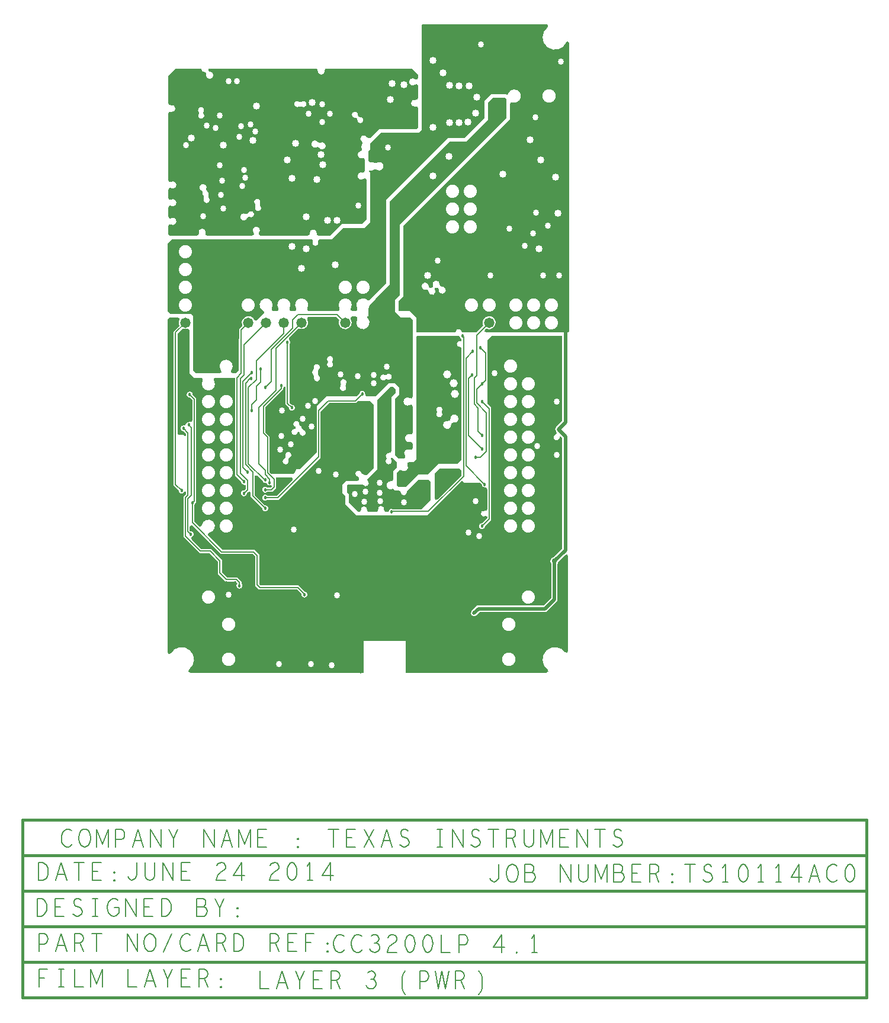
<source format=gbr>
G04 ================== begin FILE IDENTIFICATION RECORD ==================*
G04 Layout Name:  CC3200-LAUNCHXL_BRD_Rev4p1_20140624.brd*
G04 Film Name:    L3P.gbr*
G04 File Format:  Gerber RS274X*
G04 File Origin:  Cadence Allegro 16.6-P004*
G04 Origin Date:  Tue Jun 24 08:36:09 2014*
G04 *
G04 Layer:  VIA CLASS/PWR*
G04 Layer:  PIN/PWR*
G04 Layer:  ETCH/PWR*
G04 Layer:  DRAWING FORMAT/L3*
G04 Layer:  DRAWING FORMAT/FILM_LABEL_OUTLINE*
G04 *
G04 Offset:    (0.0000 0.0000)*
G04 Mirror:    No*
G04 Mode:      Positive*
G04 Rotation:  0*
G04 FullContactRelief:  No*
G04 UndefLineWidth:     6.0000*
G04 ================== end FILE IDENTIFICATION RECORD ====================*
%FSLAX25Y25*MOIN*%
%IR0*IPPOS*OFA0.00000B0.00000*MIA0B0*SFA1.00000B1.00000*%
%ADD13C,.03*%
%ADD12C,.024*%
%ADD10C,.018*%
%ADD11C,.058*%
%ADD14C,.015*%
%ADD15C,.0199*%
%ADD16C,.006*%
%ADD20C,.04*%
%ADD19C,.034*%
%ADD21C,.046*%
%ADD18C,.074*%
%ADD17C,.075056*%
G75*
%LPD*%
G75*
G36*
G01X14096Y4303D02*
G03X3865Y13432I-4175J5619D01*
G02X2000Y13933I-865J502D01*
G01Y201500D01*
X3000Y202500D01*
X7747D01*
G02X8652Y201074I0J-1000D01*
G03X8584Y198078I3348J-1574D01*
G01X8713Y197769D01*
X5400Y194456D01*
Y108044D01*
X8295Y105149D01*
X8301Y104951D01*
G03X11468Y104143I1699J49D01*
G01X11613Y104391D01*
X12400D01*
Y102936D01*
X10900Y101436D01*
Y79044D01*
X20044Y69900D01*
X25544D01*
X30400Y65044D01*
Y58216D01*
X34716Y53900D01*
X40373D01*
X41400Y52873D01*
Y52796D01*
G03X43600I1100J-1296D01*
G01Y53784D01*
X41284Y56100D01*
X35627D01*
X32600Y59127D01*
Y65956D01*
X26456Y72100D01*
X20956D01*
X15616Y77439D01*
G02X15833Y79018I707J707D01*
G03X15049Y82199I-833J1482D01*
G01X14851Y82205D01*
X14500Y82556D01*
Y84530D01*
G02X16207Y85237I1000J0D01*
G01X32044Y69400D01*
X50044D01*
X51400Y68044D01*
Y51544D01*
X53544Y49400D01*
X74873D01*
X77339Y46934D01*
X77311Y46694D01*
G03X79336Y48167I1689J-194D01*
G01X79188Y48196D01*
X75784Y51600D01*
X54456D01*
X53600Y52456D01*
Y68956D01*
X50956Y71600D01*
X32956D01*
X24921Y79635D01*
G02X25494Y81333I707J707D01*
G03X21333Y85494I-494J3667D01*
G02X19635Y84921I-991J134D01*
G01X17100Y87456D01*
Y96704D01*
G03X17699Y97951I-1100J1296D01*
G01X17705Y98149D01*
X18100Y98544D01*
Y156956D01*
X16205Y158851D01*
X16199Y159049D01*
G03X14451Y157301I-1699J-49D01*
G01X14649Y157295D01*
X15900Y156044D01*
Y144546D01*
G02X14567Y143603I-1000J0D01*
G03X12354Y142423I-567J-1603D01*
G02X11242Y141683I-968J249D01*
G03X10951Y138301I-242J-1683D01*
G01X11149Y138295D01*
X12400Y137044D01*
Y135609D01*
X11613D01*
X11468Y135857D01*
G03X9119Y136454I-1468J-857D01*
G02X7600Y137309I-519J855D01*
G01Y193544D01*
X10269Y196213D01*
X10578Y196084D01*
G03X13181Y195993I1422J3416D01*
G02X14500Y195046I319J-948D01*
G01Y171672D01*
X14500Y171000D01*
X17000Y168500D01*
X21020D01*
G02X21867Y166968I0J-1000D01*
G03X28133I3133J-1968D01*
G02X28980Y168500I847J532D01*
G01X39900D01*
Y113544D01*
X43295Y110149D01*
X43301Y109951D01*
G03X44995Y108300I1699J49D01*
G01X45201Y108299D01*
X45500Y108000D01*
X45900D01*
Y105956D01*
X45149Y105205D01*
X44951Y105199D01*
G03X46699Y103451I49J-1699D01*
G01X46705Y103649D01*
X47192Y104137D01*
G02X48899Y103430I707J-707D01*
G01Y101545D01*
X55295Y95149D01*
X55301Y94951D01*
G03X57049Y96699I1699J49D01*
G01X56851Y96705D01*
X51100Y102456D01*
Y113500D01*
X52616D01*
X55304Y110812D01*
X55333Y110664D01*
G03X57311Y109329I1667J336D01*
G02X57879Y108988I91J-492D01*
G03X59986Y107871I1621J512D01*
G01X60272Y107956D01*
X60836Y107392D01*
X60044Y106600D01*
X58296D01*
G03Y104400I-1296J-1100D01*
G01X60956D01*
X63100Y106544D01*
Y112500D01*
X71530D01*
G02X72237Y110793I0J-1000D01*
G01X63544Y102100D01*
X58296D01*
G03Y99900I-1296J-1100D01*
G01X64456D01*
X88100Y123544D01*
Y149544D01*
X92956Y154400D01*
X108075D01*
X109175Y155500D01*
X116000D01*
X118000Y153500D01*
Y117828D01*
X114047Y113876D01*
G02X112618Y113891I-707J707D01*
G03X111602Y114402I-1228J-1176D01*
G02X111172Y114807I62J496D01*
G03X109289Y112813I-1672J-307D01*
G02X109718Y112407I-62J-496D01*
G03X109872Y111950I1672J307D01*
G02X108979Y110500I-893J-450D01*
G01X102672D01*
X102500Y110500D01*
X100500Y108500D01*
Y103500D01*
X102000Y102000D01*
Y97672D01*
X102000Y97500D01*
X108500Y91000D01*
X108672D01*
X144328Y91000D01*
X148000Y91000D01*
X149150Y92150D01*
X149205D01*
X167778Y110722D01*
X169000Y109500D01*
X177944D01*
X178795Y108649D01*
X178801Y108451D01*
G03X180752Y106819I1699J49D01*
G02X181900Y105830I148J-989D01*
G01Y94546D01*
G02X180567Y93603I-1000J0D01*
G03X181082Y90689I-567J-1603D01*
G01X181900Y90303D01*
Y89456D01*
X179149Y86705D01*
X178951Y86699D01*
G03X180699Y84951I49J-1699D01*
G01X180705Y85149D01*
X184100Y88544D01*
Y151456D01*
X184000Y151556D01*
Y152000D01*
X182000Y154000D01*
Y166444D01*
X182100Y166544D01*
Y182956D01*
X182000Y183056D01*
Y189500D01*
X184447Y191947D01*
X224205D01*
Y144244D01*
X220731Y140769D01*
G03Y138231I1269J-1269D01*
G01X220735Y138226D01*
G02X220388Y136586I-707J-707D01*
G03X222699Y135043I612J-1586D01*
G01X222694Y135257D01*
X223199Y135762D01*
X224205Y134756D01*
Y72244D01*
X219503Y67542D01*
X219348Y67514D01*
G03X217955Y63812I401J-2265D01*
G01Y44493D01*
X213756Y40295D01*
X176256D01*
X173231Y37269D01*
G03X175769Y34731I1269J-1269D01*
G01X177744Y36705D01*
X215244D01*
X221545Y43006D01*
Y63812D01*
G03X222014Y64848I-1795J1438D01*
G01X222042Y65003D01*
X225793Y68754D01*
G02X227500Y68047I707J-707D01*
G01Y14693D01*
G02X225697Y14096I-1000J0D01*
G03X215904Y4303I-5619J-4175D01*
G02X215307Y2500I-596J-803D01*
G01X135980D01*
Y20535D01*
X112358D01*
Y2500D01*
X14693D01*
G02X14096Y4303I0J1000D01*
G37*
G36*
G01X18000Y171000D02*
X16500Y172500D01*
Y203500D01*
X15500Y204500D01*
X3500D01*
X2000Y206000D01*
Y236000D01*
Y244000D01*
X4500Y246500D01*
X82897D01*
G02X83798Y245067I0J-1000D01*
G03X86863I1532J-736D01*
G02X87764Y246500I901J433D01*
G01X94500D01*
X100870Y252870D01*
X112870D01*
X116000Y256000D01*
Y284000D01*
X115270Y284730D01*
X115837Y285296D01*
X116125Y285207D01*
G03X118363Y285650I709J2293D01*
G02X119637I637J-771D01*
G03Y289350I1528J1850D01*
G02X118363I-637J771D01*
G03X116245Y289827I-1528J-1850D01*
G02X115000Y290796I-245J969D01*
G01Y296000D01*
X116000Y297000D01*
Y300500D01*
X122000Y306500D01*
X143500D01*
X145000Y308000D01*
Y367000D01*
X145500Y367500D01*
X215307D01*
G02X215904Y365697I0J-1000D01*
G03X226567Y357451I4175J-5619D01*
G01X226605Y357545D01*
X227030Y357970D01*
X228000Y357000D01*
Y197750D01*
Y194500D01*
X227447Y193947D01*
X181417D01*
G02X180710Y195655I0J1000D01*
G01X181269Y196213D01*
X181578Y196084D01*
G03X179584Y198078I1422J3416D01*
G01X179713Y197769D01*
X175892Y193947D01*
X167632D01*
X167584Y194394D01*
G03X164208Y194435I-1690J-181D01*
G01X164151Y194000D01*
X142500D01*
X142000Y194500D01*
Y201828D01*
X142000Y202500D01*
X138500Y206000D01*
X132528D01*
X132100Y206428D01*
Y211722D01*
X134700Y214322D01*
Y253872D01*
X194800Y313972D01*
Y322445D01*
G02X196086Y323404I1000J0D01*
G03X193590Y328165I1072J3596D01*
G01X193553Y328052D01*
X193115Y327614D01*
X192728Y328000D01*
X184172D01*
X180500Y324328D01*
Y314628D01*
X169372Y303500D01*
X159872D01*
X125000Y268628D01*
Y221828D01*
X116900Y213728D01*
Y213328D01*
X115855Y212283D01*
G02X114478Y212248I-707J707D01*
G03X108867Y207532I-2478J-2748D01*
G02X108020Y206000I-847J-532D01*
G01X105980D01*
G02X105133Y207532I0J1000D01*
G03X98867I-3133J1968D01*
G02X98020Y206000I-847J-532D01*
G01X81480D01*
G02X80633Y207532I0J1000D01*
G03X74367I-3133J1968D01*
G02X73520Y206000I-847J-532D01*
G01X71480D01*
G02X70633Y207532I0J1000D01*
G03X64367I-3133J1968D01*
G02X63520Y206000I-847J-532D01*
G01X61480D01*
G02X60633Y207532I0J1000D01*
G03X55878Y206174I-3133J1968D01*
G02X56147Y204568I-438J-899D01*
G01X52432Y200853D01*
G02X50826Y201122I-707J707D01*
G03X44084Y198078I-3326J-1622D01*
G01X44213Y197769D01*
X42400Y195956D01*
Y190821D01*
X42039Y190460D01*
Y172539D01*
X40500Y171000D01*
X38618D01*
G02X37848Y172638I0J1000D01*
G03X32152I-2848J2362D01*
G02X31382Y171000I-770J-638D01*
G01X18000D01*
G37*
G36*
G01X3500Y248500D02*
X2500Y249500D01*
Y253902D01*
G02X4000Y254768I1000J0D01*
G03Y258232I1000J1732D01*
G02X2500Y259098I-500J866D01*
G01Y264402D01*
G02X4000Y265268I1000J0D01*
G03Y268732I1000J1732D01*
G02X2500Y269598I-500J866D01*
G01Y274402D01*
G02X4000Y275268I1000J0D01*
G03Y278732I1000J1732D01*
G02X2500Y279598I-500J866D01*
G01Y317172D01*
G02X3833Y318114I1000J0D01*
G03Y321886I667J1886D01*
G02X2500Y322828I-333J943D01*
G01Y338500D01*
X6500Y342500D01*
X20959D01*
X21040Y342100D01*
G03X22895Y340503I1960J400D01*
G02X23809Y339251I-53J-999D01*
G03X25849Y340741I1935J-507D01*
G02X24935Y341993I53J999D01*
G03X24960Y342100I-1935J507D01*
G01X25041Y342500D01*
X85542D01*
G02X86528Y341333I0J-1000D01*
G03X90472I1972J-333D01*
G02X91458Y342500I986J167D01*
G01X139500D01*
X143000Y339000D01*
Y337236D01*
G02X141333Y336491I-1000J0D01*
G03Y333509I-1333J-1491D01*
G02X143000Y332764I667J-745D01*
G01Y325828D01*
G02X141667Y324886I-1000J0D01*
G03Y321114I-667J-1886D01*
G02X143000Y320172I333J-943D01*
G01Y309500D01*
X142000Y308500D01*
X121172D01*
X121000Y308500D01*
X115968Y303468D01*
G02X114340Y303783I-707J707D01*
G03X111362Y301355I-1840J-783D01*
G02X111529Y299855I-569J-822D01*
G03X111289Y297464I1471J-1355D01*
G02X110623Y295964I-855J-518D01*
G03X111667Y292114I377J-1964D01*
G02X113000Y291172I333J-943D01*
G01Y284828D01*
G02X111667Y283886I-1000J0D01*
G03X112333Y280509I-667J-1886D01*
G02X114000Y279764I667J-745D01*
G01Y257500D01*
X111500Y255000D01*
X100000D01*
X93500Y248500D01*
X86958D01*
G02X85972Y249667I0J1000D01*
G03X82028I-1972J333D01*
G02X81042Y248500I-986J-167D01*
G01X54236D01*
G02X53491Y250167I0J1000D01*
G03X50509I-1491J1333D01*
G02X49764Y248500I-745J-667D01*
G01X24328D01*
G02X23386Y249833I0J1000D01*
G03X19614I-1886J667D01*
G02X18672Y248500I-943J-333D01*
G01X3500D01*
G37*
G36*
G01X60556Y114500D02*
X59500Y115556D01*
Y135484D01*
X57100Y137884D01*
Y152044D01*
X67100Y162044D01*
Y162704D01*
G03X67468Y163143I-1100J1296D01*
G01X67613Y163391D01*
X68400D01*
Y153617D01*
X70257Y151759D01*
X70263Y151561D01*
G03X72012Y153309I1699J49D01*
G01X71813Y153315D01*
X70600Y154528D01*
Y187204D01*
G03X70500Y189875I-1100J1296D01*
G01Y190944D01*
X75769Y196213D01*
X76078Y196084D01*
G03X80681Y201389I1422J3416D01*
G02X81541Y202900I860J511D01*
G01X97044D01*
X98713Y201231D01*
X98584Y200922D01*
G03X105133Y201468I3416J-1422D01*
G02X105980Y203000I847J532D01*
G01X108020D01*
G02X108867Y201468I0J-1000D01*
G03X114589Y202143I3133J-1968D01*
G01X114439Y202290D01*
Y203000D01*
X115200D01*
Y207643D01*
G03X115681Y209122I-3200J1857D01*
G01X115699Y209299D01*
X118900Y212500D01*
Y212900D01*
X127000Y221000D01*
Y267800D01*
X160700Y301500D01*
X170200D01*
X182500Y313800D01*
Y323500D01*
X185000Y326000D01*
X191900D01*
X192800Y325100D01*
Y314800D01*
X132700Y254700D01*
Y215150D01*
X130100Y212550D01*
Y205600D01*
X133200Y202500D01*
X138500D01*
X140000Y201000D01*
Y192328D01*
X140000Y157770D01*
G02X138419Y156956I-1000J0D01*
G03Y153211I-1336J-1872D01*
G02X140000Y152397I581J-814D01*
G01Y137645D01*
G02X138697Y136692I-1000J0D01*
G03Y132308I-697J-2192D01*
G02X140000Y131355I303J-953D01*
G01Y128939D01*
G02X138545Y128049I-1000J0D01*
G03X135670Y124606I-1045J-2049D01*
G02X134875Y123000I-795J-606D01*
G01X132672D01*
X132000Y123000D01*
X130000Y125000D01*
Y156500D01*
X132500Y159000D01*
Y159172D01*
X132500Y162828D01*
X132500Y163000D01*
X130000Y165500D01*
X129828D01*
X126672Y165500D01*
X126500Y165500D01*
X119000Y158000D01*
X114274D01*
G02X113291Y159186I0J1000D01*
G03X109922Y159550I-1670J316D01*
G01X109916Y159352D01*
X108564Y158000D01*
X91500D01*
X86000Y152500D01*
Y150556D01*
X85900Y150456D01*
Y126400D01*
X76449Y116949D01*
X76142Y117074D01*
G03X73800Y115500I-642J-1574D01*
G02X72800Y114500I-1000J0D01*
G01X60556D01*
G37*
G36*
G01X125297Y122701D02*
G03X127744Y122658I1203J-1201D01*
G02X127756Y123352I366J341D01*
G03X127825Y123425I-1203J1201D01*
G02X128553Y123447I374J-332D01*
G01X131000Y121000D01*
Y118000D01*
X129000Y116000D01*
Y111276D01*
G02X127879Y110283I-1000J0D01*
G03X128598Y105928I-279J-2283D01*
G01X128918Y106082D01*
X130000Y105000D01*
X132300D01*
G02X133300Y104000I0J-1000D01*
G03X136665Y104345I1700J0D01*
G01X136610Y104610D01*
X143000Y111000D01*
X149000D01*
X150000Y110000D01*
Y99500D01*
X144850Y94350D01*
X129316D01*
X129180Y94458D01*
G03X126450Y93415I-1055J-1333D01*
G01X126378Y93000D01*
X124808D01*
G02X123842Y94259I0J1000D01*
G03X120558I-1642J441D01*
G02X119592Y93000I-966J-259D01*
G01X115270D01*
G02X114281Y94148I0J1000D01*
G03X110919I-1681J252D01*
G02X109930Y93000I-989J-148D01*
G01X109500D01*
X104000Y98500D01*
Y103000D01*
X103000Y104000D01*
Y108000D01*
X103500Y108500D01*
X111983D01*
X112128Y108250D01*
G03X114775Y110329I1472J850D01*
G02X114759Y111759I691J723D01*
G01X120000Y117000D01*
Y156000D01*
X127500Y163500D01*
X129000D01*
X130500Y162000D01*
Y160000D01*
X128000Y157500D01*
Y127216D01*
G02X126834Y126230I-1000J0D01*
G03X125309Y123395I-281J-1677D01*
G02X125297Y122701I-366J-341D01*
G37*
G36*
G01X132000Y107000D02*
X131000Y108000D01*
Y115000D01*
X132313Y116313D01*
G02X133651Y116381I707J-707D01*
G03X137015Y119444I1452J1784D01*
G02X137846Y121000I831J556D01*
G01X140500D01*
X142000Y122500D01*
Y191500D01*
X142500Y192000D01*
X166000D01*
X166326Y191674D01*
X166362Y191547D01*
G03X167227Y190486I1638J453D01*
G01X167500Y190347D01*
Y189142D01*
X166942D01*
X166886Y189156D01*
G03X166500Y185800I-386J-1656D01*
G02X167500Y184800I0J-1000D01*
G01Y122500D01*
X165000Y120000D01*
X154500D01*
X148500Y114000D01*
X143000D01*
X136000Y107000D01*
X132000D01*
G37*
G36*
G01X152250Y100720D02*
Y114750D01*
X155000Y117500D01*
X166500D01*
X167500Y116500D01*
Y113556D01*
X153957Y100012D01*
G02X152250Y100720I-707J707D01*
G37*
%LPC*%
G75*
G36*
G01X152414Y218407D02*
G02X148900Y217125I-1514J-1307D01*
G03X147600Y218092I-1000J13D01*
G02X149000Y219975I-600J1908D01*
G03X150300Y219008I1000J-13D01*
G02X150583Y219075I600J-1908D01*
G03X151349Y220441I-159J987D01*
G02X155179Y220913I1851J759D01*
G03X156313Y219779I990J-144D01*
G02X154621Y218087I287J-1979D01*
G03X153487Y219221I-990J144D01*
G02X152874Y219227I-287J1979D01*
G03X152414Y218407I-81J-493D01*
G37*
G36*
G01X19757Y317159D02*
G03X19730Y317868I-366J341D01*
G02X22125Y317959I1152J1250D01*
G03X22152Y317250I366J-341D01*
G02X19757Y317159I-1152J-1250D01*
G37*
G36*
G01X76102Y321205D02*
G02Y323795I-1102J1295D01*
G03X77398I648J762D01*
G02Y321205I1102J-1295D01*
G03X76102I-648J-762D01*
G37*
G36*
G01X110299Y315188D02*
G02X108812Y313701I201J-1688D01*
G03X107701Y314812I-993J118D01*
G02X109188Y316299I-201J1688D01*
G03X110299Y315188I993J-118D01*
G37*
G36*
G01X88019Y300743D02*
G02X87314Y297924I981J-1743D01*
G03X85981Y298257I-843J-538D01*
G02X86686Y301076I-981J1743D01*
G03X88019Y300743I843J538D01*
G37*
G36*
G01X25115Y269784D02*
G02X22571Y269420I-1115J-1284D01*
G03X22385Y270716I-841J541D01*
G02X21860Y272448I1115J1284D01*
G03X21263Y273641I-965J263D01*
G02X23854Y274751I737J1859D01*
G03X24307Y273496I927J-375D01*
G02X24929Y271080I-807J-1496D01*
G03X25115Y269784I841J-541D01*
G37*
G36*
G01X54115Y265284D02*
G02X51571Y264920I-1115J-1284D01*
G03X51385Y266216I-841J541D01*
G02X53929Y266580I1115J1284D01*
G03X54115Y265284I841J-541D01*
G37*
G36*
G01X46899Y258372D02*
G02X46018Y260722I-1899J628D01*
G03X47443Y261182I509J861D01*
G02X48275Y258962I1557J-682D01*
G03X46899Y258372I-427J-904D01*
G37*
G36*
G01X94725Y177822D02*
G03Y177128I360J-347D01*
G02X92275I-1225J-1178D01*
G03Y177822I-360J347D01*
G02X94725I1225J1178D01*
G37*
G36*
G01X125511Y167688D02*
G03X124829Y167593I-291J-407D01*
G02X124489Y170035I-1329J1060D01*
G03X125171Y170130I291J407D01*
G02X125511Y167688I1329J-1060D01*
G37*
G36*
G01X99499Y163863D02*
G03X99579Y165067I-756J655D01*
G02X102285Y164887I1421J933D01*
G03X102205Y163683I756J-655D01*
G02X99499Y163863I-1421J-933D01*
G37*
G36*
G01X76316Y137733D02*
G03X75840Y138301I-495J69D01*
G02X75740Y138308I65J1699D01*
G03X75194Y137853I-48J-498D01*
G02X73664Y139692I-1694J147D01*
G03X74211Y140147I48J498D01*
G02X74238Y140334I1694J-147D01*
G03X73919Y140903I-490J98D01*
G02X76167Y142166I581J1597D01*
G03X76486Y141597I490J-98D01*
G02X77603Y140083I-581J-1597D01*
G03X78379Y139157I999J49D01*
G02X76316Y137733I-379J-1657D01*
G37*
G36*
G01X87005Y169626D02*
G02X84577Y168789I-850J-1472D01*
G03X84150Y170028I-928J373D01*
G02X84008Y172880I850J1472D01*
G03X84378Y173991I-584J812D01*
G02X86992Y173120I1622J509D01*
G03X86622Y172009I584J-812D01*
G02X86577Y170865I-1622J-509D01*
G03X87005Y169626I928J-373D01*
G37*
G36*
G01X70080Y122127D02*
G02X67864Y123077I-1580J-627D01*
G03X68420Y124373I-374J927D01*
G02X70636Y123423I1580J627D01*
G03X70080Y122127I374J-927D01*
G37*
G36*
G01X156399Y149534D02*
G03Y148966I411J-284D01*
G02X153601I-1399J-966D01*
G03Y149534I-411J284D01*
G02X156399I1399J966D01*
G37*
G36*
G01X161690Y142210D02*
G02X159967Y144229I-2290J-210D01*
G03X161210Y145290I247J969D01*
G02X162933Y143271I2290J210D01*
G03X161690Y142210I-247J-969D01*
G37*
G54D20*
X77500Y230000D03*
X72000Y242500D03*
X80000Y241000D03*
X96500Y232000D03*
X148500Y226100D03*
X151500Y309500D03*
X157000Y340000D03*
X151500Y347000D03*
X171200Y312300D03*
X166100Y312100D03*
X160700Y312000D03*
X175500Y317500D03*
X171700Y332800D03*
X165900Y332900D03*
X160700Y333000D03*
X176000Y326500D03*
X190580Y283000D03*
X211000Y241029D03*
X212000Y291000D03*
X206000Y302500D03*
X221788Y261000D03*
X220538Y281538D03*
X15378Y303500D03*
X33500Y299500D03*
X50000Y302000D03*
X52000Y321500D03*
X72000Y280760D03*
X74000Y300500D03*
X69500Y291000D03*
X92000Y257000D03*
X97500D03*
X80000Y259000D03*
X86000Y280000D03*
X88500Y294000D03*
X89500Y288500D03*
X83500Y323500D03*
X128500Y334000D03*
X135000Y333500D03*
X127543Y325043D03*
X151500Y282000D03*
X160400Y293000D03*
G54D19*
X36500Y46500D03*
X64750Y7250D03*
X73000Y83000D03*
X82750Y7250D03*
X94250Y6750D03*
X97500Y46000D03*
X96633Y114000D03*
X87000Y116000D03*
X171500Y81500D03*
X175500Y99000D03*
X177500Y79500D03*
X186000Y171000D03*
X210000Y130000D03*
X221000Y125000D03*
X221108Y155000D03*
X126005Y298000D03*
X154000Y234500D03*
X183800Y226000D03*
X194500Y252500D03*
X178550Y355950D03*
X213500Y226000D03*
X207800Y249600D03*
X203000Y242900D03*
X216000Y254000D03*
X209500Y261500D03*
X209000Y315000D03*
X222500Y226000D03*
X223500Y346500D03*
X12500Y299500D03*
X22000Y259500D03*
X33500Y263618D03*
X32664Y279336D03*
X32000Y271500D03*
X31500Y288000D03*
X29000Y309000D03*
X31500Y316000D03*
X24000Y310500D03*
X36500Y335300D03*
X44000Y276500D03*
X45578Y281078D03*
X45000Y285500D03*
X43500Y310000D03*
X48890Y311110D03*
X42500Y304000D03*
X51500Y307000D03*
X41000Y335300D03*
X89000Y312500D03*
X81500Y317000D03*
X93500D03*
X89000Y322500D03*
X109500Y265500D03*
X71500Y131000D03*
X65500Y128000D03*
X66163Y135756D03*
X78000Y145500D03*
X66500Y150000D03*
X83000Y141000D03*
X85000Y155400D03*
X81164Y152664D03*
X99500Y170329D03*
X109004Y169271D03*
X118000Y170000D03*
X125300Y174900D03*
X118000Y165500D03*
X112800Y98900D03*
X107500Y103100D03*
X113300Y104300D03*
X121400Y103600D03*
X121800Y99200D03*
X135000Y98500D03*
X121400Y109400D03*
G54D21*
X163700Y159500D03*
X159500Y170500D03*
X163169Y165500D03*
G54D18*
X25000Y45000D03*
X35000Y85000D03*
X25000Y95000D03*
X35000D03*
X25000Y105000D03*
X35000D03*
X25000Y115000D03*
X35000D03*
X25000Y125000D03*
X35000D03*
X25000Y135000D03*
X35000D03*
X25000Y145000D03*
X35000D03*
X25000Y155000D03*
X35000D03*
X195000Y85000D03*
Y95000D03*
Y105000D03*
Y115000D03*
Y125000D03*
Y135000D03*
Y145000D03*
Y155000D03*
Y165000D03*
Y175000D03*
X205000Y45000D03*
Y85000D03*
Y95000D03*
Y105000D03*
Y115000D03*
Y125000D03*
Y135000D03*
Y145000D03*
Y155000D03*
Y165000D03*
X12000Y209500D03*
Y219500D03*
Y239500D03*
Y229500D03*
X47500Y209500D03*
X102000Y219500D03*
X112000D03*
X173000Y209500D03*
X172500Y263500D03*
X162500D03*
X172500Y253500D03*
X162500D03*
X172500Y273500D03*
X162500D03*
X198000Y199500D03*
Y209500D03*
X183000D03*
X218000Y199500D03*
X208000D03*
X218000Y209500D03*
X208000D03*
G54D17*
X36500Y10157D03*
Y29843D03*
X194000Y10157D03*
Y29843D03*
X216843Y327000D03*
%LPD*%
G75*
G54D10*
X15000Y80500D03*
X16000Y98000D03*
X10000Y105000D03*
X11000Y140000D03*
X14000Y142000D03*
X14500Y159000D03*
X35000Y58000D03*
Y53000D03*
Y78000D03*
Y68000D03*
X51500Y46000D03*
X55000Y58000D03*
X50000D03*
X45000D03*
X40000D03*
X55000Y53000D03*
X50000D03*
X45000D03*
X40000D03*
X55000Y48000D03*
X46500Y46200D03*
X42500Y51500D03*
X40000Y78000D03*
X45000D03*
X50000D03*
X55000D03*
Y68000D03*
X50000D03*
X45000D03*
X40000D03*
X57000Y95000D03*
Y101000D03*
X45000Y103500D03*
X57000Y105500D03*
X47000Y115500D03*
X45000Y110000D03*
X57000Y111000D03*
X49500Y150080D03*
X48900Y168000D03*
X54400Y173500D03*
X49500Y171500D03*
X57000Y163000D03*
X60000Y58000D03*
Y53000D03*
X65000D03*
Y58000D03*
X70000Y53000D03*
Y58000D03*
X75000Y53000D03*
Y58000D03*
Y48000D03*
X70000D03*
X65000D03*
X60000D03*
Y78000D03*
Y68000D03*
X65000D03*
X70000D03*
X75000D03*
X61000Y116500D03*
X59500Y109500D03*
X78000Y128500D03*
X64972Y133445D03*
X59071Y152000D03*
X71962Y151610D03*
X66000Y164000D03*
X69500Y188500D03*
X80000Y53000D03*
Y58000D03*
X85000Y53000D03*
Y58000D03*
X90000Y53000D03*
Y58000D03*
X95000Y53000D03*
Y58000D03*
X90000Y48000D03*
X85000D03*
X79000Y46500D03*
X80000Y68000D03*
X85000D03*
X90000D03*
X95000D03*
X96000Y109000D03*
X110700Y3200D03*
X113000Y24700D03*
X110700Y21100D03*
X110800Y16700D03*
X110900Y12100D03*
X110700Y7300D03*
X113000Y29000D03*
Y33500D03*
Y39000D03*
X113500Y44000D03*
X109500Y46500D03*
X108500Y50000D03*
Y54000D03*
Y57500D03*
X109000Y61000D03*
X113000Y62500D03*
X100000Y53000D03*
Y58000D03*
Y63000D03*
X105000Y53000D03*
Y58000D03*
Y63000D03*
X113000Y80500D03*
Y66000D03*
Y70000D03*
Y75000D03*
X100000Y68000D03*
X105000D03*
X110000Y73000D03*
Y68000D03*
X100500Y102000D03*
X113000Y85500D03*
Y90000D03*
X104339Y106833D03*
X111621Y159501D03*
X107610Y234110D03*
X128500Y22000D03*
X133500D03*
X122900Y22200D03*
X121500Y43500D03*
Y38500D03*
Y34000D03*
X122000Y29500D03*
X133500Y42000D03*
Y37000D03*
Y32000D03*
X128500D03*
Y37000D03*
Y42000D03*
Y27000D03*
X133500D03*
X121500Y61500D03*
X125500Y58500D03*
Y55000D03*
Y52000D03*
Y48000D03*
X133500Y52000D03*
Y47000D03*
X129000Y64000D03*
X134000D03*
X133500Y57000D03*
X129000Y82500D03*
X133500Y82000D03*
X136000Y74000D03*
X133000Y75000D03*
X130000Y74500D03*
X126500D03*
X123000D03*
X121500Y71500D03*
Y68000D03*
Y64500D03*
X125500Y82500D03*
X129000Y69000D03*
X134000D03*
X121500Y85000D03*
Y90000D03*
X128125Y93125D03*
X129000Y162000D03*
X119500Y299500D03*
X138500Y22000D03*
X143500D03*
X148500D03*
X153500D03*
X138500Y17000D03*
X143500D03*
X148500D03*
X153500D03*
Y12000D03*
X148500D03*
X143500D03*
X138500D03*
X143500Y7000D03*
X148500D03*
X153500D03*
Y42000D03*
Y37000D03*
Y32000D03*
X148500Y42000D03*
Y37000D03*
Y32000D03*
X143500D03*
Y37000D03*
Y42000D03*
X138500D03*
Y37000D03*
Y32000D03*
Y27000D03*
X143500D03*
X148500D03*
X153500D03*
X157000Y63000D03*
X154000Y60500D03*
X151000Y57000D03*
X146500Y56000D03*
X143500Y58500D03*
X141000Y61500D03*
X153500Y52000D03*
Y47000D03*
X148500Y52000D03*
Y47000D03*
X143500D03*
Y52000D03*
X138500D03*
Y47000D03*
X143500Y80500D03*
X138500Y81000D03*
X146000Y77000D03*
X148000Y74500D03*
X151500Y74000D03*
X155500D03*
X143000Y65500D03*
X141500Y69000D03*
X139000Y71500D03*
X163500Y22000D03*
X168500D03*
X158500D03*
X163500Y17000D03*
X168500D03*
X158500D03*
Y12000D03*
X168500D03*
X163500D03*
Y7000D03*
X168500D03*
X158500D03*
X174500Y16500D03*
X158500Y42000D03*
Y37000D03*
Y32000D03*
X168500Y42000D03*
Y37000D03*
Y32000D03*
X163500Y42000D03*
Y37000D03*
Y32000D03*
Y27000D03*
X168500D03*
X158500D03*
X173500Y42000D03*
X174500Y36000D03*
X158500Y52000D03*
Y47000D03*
X168500Y52000D03*
Y47000D03*
X163500Y52000D03*
Y47000D03*
X173500D03*
Y52000D03*
Y57000D03*
X168500D03*
X173500Y62000D03*
X168500D03*
X163500Y57000D03*
X158500D03*
X163500Y62000D03*
X158000Y71500D03*
X161000Y69000D03*
X160000Y65500D03*
X173500Y67000D03*
X168500D03*
Y72000D03*
X163500D03*
Y77000D03*
X168500D03*
X158500D03*
X175500Y123600D03*
X173500Y170000D03*
X168000Y192000D03*
X173750Y183250D03*
X170250Y348750D03*
X178500Y42000D03*
X183500D03*
X188500D03*
X193500D03*
X194000Y35000D03*
X188500D03*
X183500D03*
X178500Y52000D03*
Y47000D03*
X183500D03*
Y52000D03*
X188500Y47000D03*
Y52000D03*
X193500Y47000D03*
Y52000D03*
Y57000D03*
X188500D03*
X183500D03*
X178500D03*
X193500Y62000D03*
X188500D03*
X183500D03*
X178500D03*
X193500Y67000D03*
X188500D03*
X183500D03*
X178500D03*
X179000Y85000D03*
X180500Y108500D03*
X179000Y128500D03*
Y136000D03*
Y155000D03*
Y165000D03*
X178000Y185500D03*
X208000Y226000D03*
X200890Y265110D03*
X224500Y37500D03*
X222000Y139500D03*
G54D11*
X12000Y199500D03*
X25000Y55000D03*
Y65000D03*
X35000Y165000D03*
X25000Y175000D03*
X57500Y199500D03*
X47500D03*
X67500D03*
X77500D03*
X102000D03*
X136000D03*
Y209500D03*
X173000Y199500D03*
X183000D03*
X205000Y55000D03*
Y65000D03*
Y175000D03*
G54D12*
X4610Y312500D03*
X3500Y331000D03*
X20000Y268231D03*
X21500Y283000D03*
X38000Y299500D03*
X45000Y269500D03*
X48500Y285500D03*
X42500Y295500D03*
X54500Y302000D03*
X45000Y325000D03*
X68500Y236000D03*
X70000Y259000D03*
X74500Y250500D03*
X70000Y323000D03*
X84000Y94500D03*
X96500Y140000D03*
X92500D03*
X96500Y136000D03*
X92500D03*
X96500Y132000D03*
X92500D03*
X96500Y128000D03*
X92500D03*
Y124000D03*
X96500D03*
Y148000D03*
X92500D03*
X96500Y144000D03*
X92500D03*
X91500Y232500D03*
X88500Y250000D03*
X83500Y266000D03*
X95500Y337500D03*
X116500Y136000D03*
X112500Y140000D03*
X108500D03*
X116500D03*
X112500Y136000D03*
X108500D03*
X112500Y132000D03*
X108500D03*
X116500D03*
X112500Y128000D03*
X108500D03*
X116500D03*
X108500Y124000D03*
X112500D03*
X116500D03*
X104500Y140000D03*
X100500D03*
X104500Y136000D03*
X100500D03*
X104500Y132000D03*
X100500D03*
X104500Y128000D03*
X100500D03*
Y124000D03*
X104500D03*
X112500Y148000D03*
X108500D03*
X116500D03*
X112500Y144000D03*
X108500D03*
X116500D03*
X104500Y148000D03*
X100500D03*
X104500Y144000D03*
X100500D03*
X111700Y162700D03*
X101000Y248500D03*
X104000Y310000D03*
X99500D03*
X134000Y137000D03*
X132500Y125500D03*
X136000Y148000D03*
X133500Y312000D03*
X129500Y314451D03*
X127500Y320000D03*
X119000Y324000D03*
X143500Y108000D03*
X146500D03*
X154425Y300400D03*
X189500Y244500D03*
X181600Y287900D03*
X181700Y291800D03*
X190000Y323000D03*
X197827Y279673D03*
X215017Y295517D03*
X218500Y265000D03*
X219500Y294000D03*
G54D13*
X133140Y114200D03*
X133000Y109000D03*
X129000Y118900D03*
X127874Y194874D03*
X122700Y195000D03*
X154500Y109000D03*
X155500Y115500D03*
X163993Y150593D03*
X162900Y155000D03*
X219750Y65250D03*
G54D14*
G01X-77102Y-80133D02*
X395398D01*
Y-180133D01*
X-79602D01*
Y-80133D01*
X-77102D01*
G01X-79602Y-160133D02*
X395398D01*
G01X-79602Y-140133D02*
X395398D01*
G01X-79602Y-120133D02*
X395398D01*
G01X-79602Y-100133D02*
X395398D01*
G54D15*
G01X174500Y36000D02*
X177000Y38500D01*
X214500D01*
X219750Y43750D01*
Y65250D01*
G01X222000Y139500D02*
X226000Y135500D01*
Y71500D01*
X219750Y65250D01*
G01X226000Y195500D02*
Y143500D01*
X222000Y139500D01*
G54D16*
G01X11000Y140000D02*
X13500Y137500D01*
Y102480D01*
X12000Y100980D01*
Y79500D01*
X20500Y71000D01*
X26000D01*
X31500Y65500D01*
Y58671D01*
X35171Y55000D01*
X40829D01*
X42500Y53329D01*
Y51500D01*
G01X15000Y80500D02*
X13400Y82100D01*
Y100400D01*
X15500Y102500D01*
Y140500D01*
X14000Y142000D01*
G01X16000Y98000D02*
Y87000D01*
X32500Y70500D01*
X50500D01*
X52500Y68500D01*
Y52000D01*
X54000Y50500D01*
X75329D01*
X79000Y46829D01*
Y46500D01*
G01X14500Y159000D02*
X17000Y156500D01*
Y99000D01*
X16000Y98000D01*
G01X10000Y105000D02*
X6500Y108500D01*
Y194000D01*
X12000Y199500D01*
G01X48900Y168000D02*
X48500D01*
X45900Y165400D01*
Y119600D01*
X50000Y115500D01*
Y102000D01*
X57000Y95000D01*
G01Y101000D02*
X64000D01*
X87000Y124000D01*
Y150000D01*
X92500Y155500D01*
X107620D01*
X111621Y159501D01*
G01X57000Y105500D02*
X60500D01*
X62000Y107000D01*
Y111500D01*
X58400Y115100D01*
Y135029D01*
X56000Y137429D01*
Y152500D01*
X66000Y162500D01*
Y164000D01*
G01X47000Y115500D02*
X44500Y118000D01*
Y166500D01*
X49500Y171500D01*
G01X57500Y199500D02*
X45000Y187000D01*
Y170000D01*
X43000Y168000D01*
Y114829D01*
X47000Y110829D01*
Y105500D01*
X45000Y103500D01*
G01X47500Y199500D02*
X43500Y195500D01*
Y171000D01*
X41000Y168500D01*
Y114000D01*
X45000Y110000D01*
G01X57000Y111000D02*
X56671D01*
X47500Y120171D01*
Y163000D01*
X52000Y167500D01*
Y177960D01*
X67500Y193460D01*
Y199500D01*
G01X77500D02*
X63000Y185000D01*
Y161480D01*
X53400Y151880D01*
Y120100D01*
X57000Y116500D01*
Y116329D01*
X57000Y114000D01*
X59500Y111500D01*
Y109500D01*
G01X49500Y150080D02*
Y153500D01*
X52000Y156000D01*
Y163692D01*
X54400Y166092D01*
Y173500D01*
G01X57000Y163000D02*
X60500Y166500D01*
Y184480D01*
X72500Y196480D01*
Y201000D01*
X75500Y204000D01*
X97500D01*
X102000Y199500D01*
G01X69500Y188500D02*
Y154072D01*
X71962Y151610D01*
G01X128125Y93125D02*
X128250Y93250D01*
X148750D01*
X168600Y113100D01*
Y191400D01*
X168000Y192000D01*
G01X180500Y108500D02*
X170000Y119000D01*
Y179500D01*
X173750Y183250D01*
G01X173500Y170000D02*
X171500Y168000D01*
Y136000D01*
X179000Y128500D01*
G01Y136000D02*
X176750Y138250D01*
Y151559D01*
X174600Y153708D01*
Y168271D01*
X176000Y169671D01*
Y192500D01*
X183000Y199500D01*
G01X179000Y155000D02*
X183000Y151000D01*
Y89000D01*
X179000Y85000D01*
G01Y165000D02*
X176000Y162000D01*
Y154289D01*
X181500Y148789D01*
Y127100D01*
X178000Y123600D01*
X175500D01*
G01X179000Y165000D02*
X181000Y167000D01*
Y182500D01*
X178000Y185500D01*
G01X-70227Y-174333D02*
Y-164333D01*
X-65477D01*
G01X-67227Y-169166D02*
X-70227D01*
G01X-59352Y-164333D02*
X-56352D01*
G01X-57852D02*
Y-174333D01*
G01X-59352D02*
X-56352D01*
G01X-50352Y-164333D02*
Y-174333D01*
X-45352D01*
G01X-41102D02*
Y-164333D01*
X-37852Y-172666D01*
X-34602Y-164333D01*
Y-174333D01*
G01X-20352Y-164333D02*
Y-174333D01*
X-15352D01*
G01X-10977D02*
X-7852Y-164333D01*
X-4727Y-174333D01*
G01X-5852Y-170833D02*
X-9852D01*
G01X2148Y-174333D02*
Y-169833D01*
X-352Y-164333D01*
G01X4648D02*
X2148Y-169833D01*
G01X14648Y-174333D02*
X9648D01*
Y-164333D01*
X14648D01*
G01X12648Y-169166D02*
X9648D01*
G01X19648Y-174333D02*
Y-164333D01*
X22773D01*
X23773Y-164833D01*
X24398Y-165500D01*
X24648Y-166833D01*
X24398Y-168166D01*
X23648Y-169000D01*
X22773Y-169500D01*
X19648D01*
G01X22773D02*
X24648Y-174333D01*
G01X32148Y-174666D02*
X31898Y-174500D01*
Y-174166D01*
X32148Y-174000D01*
X32398Y-174166D01*
Y-174500D01*
X32148Y-174666D01*
G01Y-170167D02*
X31898Y-170000D01*
Y-169666D01*
X32148Y-169500D01*
X32398Y-169666D01*
Y-170000D01*
X32148Y-170167D01*
G01X-70352Y-154333D02*
Y-144333D01*
X-67352D01*
X-66352Y-144833D01*
X-65602Y-146000D01*
X-65352Y-147333D01*
X-65602Y-148666D01*
X-66227Y-149666D01*
X-67352Y-150167D01*
X-70352D01*
G01X-60977Y-154333D02*
X-57852Y-144333D01*
X-54727Y-154333D01*
G01X-55852Y-150833D02*
X-59852D01*
G01X-50352Y-154333D02*
Y-144333D01*
X-47227D01*
X-46227Y-144833D01*
X-45602Y-145500D01*
X-45352Y-146833D01*
X-45602Y-148166D01*
X-46352Y-149000D01*
X-47227Y-149500D01*
X-50352D01*
G01X-47227D02*
X-45352Y-154333D01*
G01X-37852Y-144333D02*
Y-154333D01*
G01X-40727Y-144333D02*
X-34977D01*
G01X-20727Y-154333D02*
Y-144333D01*
X-14977Y-154333D01*
Y-144333D01*
G01X-7852Y-154333D02*
X-8852Y-154166D01*
X-9727Y-153500D01*
X-10477Y-152500D01*
X-10977Y-151333D01*
X-11227Y-150000D01*
Y-148666D01*
X-10977Y-147333D01*
X-10477Y-146166D01*
X-9727Y-145166D01*
X-8852Y-144500D01*
X-7852Y-144333D01*
X-6852Y-144500D01*
X-5977Y-145166D01*
X-5227Y-146166D01*
X-4727Y-147333D01*
X-4477Y-148666D01*
Y-150000D01*
X-4727Y-151333D01*
X-5227Y-152500D01*
X-5977Y-153500D01*
X-6852Y-154166D01*
X-7852Y-154333D01*
G01X-102Y-154666D02*
X4398Y-144333D01*
G01X14898Y-145166D02*
X14148Y-144666D01*
X13273Y-144333D01*
X12273D01*
X11148Y-144833D01*
X10273Y-145666D01*
X9648Y-146666D01*
X9148Y-148333D01*
X9023Y-149833D01*
X9273Y-151333D01*
X9648Y-152333D01*
X10398Y-153333D01*
X11273Y-154000D01*
X12148Y-154333D01*
X13023D01*
X13898Y-154000D01*
X14648Y-153500D01*
X15273Y-152833D01*
G01X19023Y-154333D02*
X22148Y-144333D01*
X25273Y-154333D01*
G01X24148Y-150833D02*
X20148D01*
G01X29648Y-154333D02*
Y-144333D01*
X32773D01*
X33773Y-144833D01*
X34398Y-145500D01*
X34648Y-146833D01*
X34398Y-148166D01*
X33648Y-149000D01*
X32773Y-149500D01*
X29648D01*
G01X32773D02*
X34648Y-154333D01*
G01X39398D02*
Y-144333D01*
X41898D01*
X42898Y-144833D01*
X43648Y-145500D01*
X44273Y-146500D01*
X44773Y-147667D01*
X44898Y-149333D01*
X44773Y-151000D01*
X44273Y-152166D01*
X43648Y-153167D01*
X42898Y-153833D01*
X41898Y-154333D01*
X39398D01*
G01X59648D02*
Y-144333D01*
X62773D01*
X63773Y-144833D01*
X64398Y-145500D01*
X64648Y-146833D01*
X64398Y-148166D01*
X63648Y-149000D01*
X62773Y-149500D01*
X59648D01*
G01X62773D02*
X64648Y-154333D01*
G01X74648D02*
X69648D01*
Y-144333D01*
X74648D01*
G01X72648Y-149166D02*
X69648D01*
G01X79773Y-154333D02*
Y-144333D01*
X84523D01*
G01X82773Y-149166D02*
X79773D01*
G01X92148Y-154666D02*
X91898Y-154500D01*
Y-154166D01*
X92148Y-154000D01*
X92398Y-154166D01*
Y-154500D01*
X92148Y-154666D01*
G01Y-150167D02*
X91898Y-150000D01*
Y-149666D01*
X92148Y-149500D01*
X92398Y-149666D01*
Y-150000D01*
X92148Y-150167D01*
G01X-71352Y-134463D02*
Y-124463D01*
X-68852D01*
X-67852Y-124963D01*
X-67102Y-125630D01*
X-66477Y-126630D01*
X-65977Y-127797D01*
X-65852Y-129463D01*
X-65977Y-131130D01*
X-66477Y-132296D01*
X-67102Y-133297D01*
X-67852Y-133963D01*
X-68852Y-134463D01*
X-71352D01*
G01X-56102D02*
X-61102D01*
Y-124463D01*
X-56102D01*
G01X-58102Y-129296D02*
X-61102D01*
G01X-51227Y-133130D02*
X-50227Y-133963D01*
X-49102Y-134463D01*
X-48102D01*
X-47102Y-133963D01*
X-46352Y-133130D01*
X-45977Y-131963D01*
X-46227Y-130797D01*
X-46852Y-129796D01*
X-47977Y-129130D01*
X-49477Y-128796D01*
X-50352Y-128130D01*
X-50727Y-126963D01*
X-50477Y-125796D01*
X-49852Y-124963D01*
X-48977Y-124463D01*
X-48102D01*
X-47227Y-124796D01*
X-46477Y-125630D01*
G01X-40102Y-124463D02*
X-37102D01*
G01X-38602D02*
Y-134463D01*
G01X-40102D02*
X-37102D01*
G01X-27852Y-129463D02*
X-25352D01*
Y-132463D01*
X-26102Y-133463D01*
X-26977Y-134130D01*
X-28227Y-134463D01*
X-29477Y-134130D01*
X-30352Y-133463D01*
X-31102Y-132463D01*
X-31602Y-131296D01*
X-31852Y-129963D01*
Y-128796D01*
X-31602Y-127797D01*
X-31102Y-126630D01*
X-30352Y-125630D01*
X-29602Y-124963D01*
X-28602Y-124463D01*
X-27727D01*
X-26727Y-124796D01*
X-25977Y-125463D01*
G01X-21477Y-134463D02*
Y-124463D01*
X-15727Y-134463D01*
Y-124463D01*
G01X-6102Y-134463D02*
X-11102D01*
Y-124463D01*
X-6102D01*
G01X-8102Y-129296D02*
X-11102D01*
G01X-1352Y-134463D02*
Y-124463D01*
X1148D01*
X2148Y-124963D01*
X2898Y-125630D01*
X3523Y-126630D01*
X4023Y-127797D01*
X4148Y-129463D01*
X4023Y-131130D01*
X3523Y-132296D01*
X2898Y-133297D01*
X2148Y-133963D01*
X1148Y-134463D01*
X-1352D01*
G01X22398Y-129130D02*
X22898Y-128630D01*
X23273Y-127797D01*
X23523Y-126630D01*
X23273Y-125630D01*
X22773Y-124963D01*
X21898Y-124463D01*
X18523D01*
Y-134463D01*
X22648D01*
X23523Y-133796D01*
X24023Y-132796D01*
X24273Y-131630D01*
X24023Y-130463D01*
X23273Y-129463D01*
X22398Y-129130D01*
X18523D01*
G01X31398Y-134463D02*
Y-129963D01*
X28898Y-124463D01*
G01X33898D02*
X31398Y-129963D01*
G01X41398Y-134796D02*
X41148Y-134630D01*
Y-134296D01*
X41398Y-134130D01*
X41648Y-134296D01*
Y-134630D01*
X41398Y-134796D01*
G01Y-130297D02*
X41148Y-130130D01*
Y-129796D01*
X41398Y-129630D01*
X41648Y-129796D01*
Y-130130D01*
X41398Y-130297D01*
G01X-70602Y-114333D02*
Y-104333D01*
X-68102D01*
X-67102Y-104833D01*
X-66352Y-105500D01*
X-65727Y-106500D01*
X-65227Y-107667D01*
X-65102Y-109333D01*
X-65227Y-111000D01*
X-65727Y-112166D01*
X-66352Y-113167D01*
X-67102Y-113833D01*
X-68102Y-114333D01*
X-70602D01*
G01X-60977D02*
X-57852Y-104333D01*
X-54727Y-114333D01*
G01X-55852Y-110833D02*
X-59852D01*
G01X-47852Y-104333D02*
Y-114333D01*
G01X-50727Y-104333D02*
X-44977D01*
G01X-35352Y-114333D02*
X-40352D01*
Y-104333D01*
X-35352D01*
G01X-37352Y-109166D02*
X-40352D01*
G01X-27852Y-114666D02*
X-28102Y-114500D01*
Y-114166D01*
X-27852Y-114000D01*
X-27602Y-114166D01*
Y-114500D01*
X-27852Y-114666D01*
G01Y-110167D02*
X-28102Y-110000D01*
Y-109666D01*
X-27852Y-109500D01*
X-27602Y-109666D01*
Y-110000D01*
X-27852Y-110167D01*
G01X-20352Y-112333D02*
X-19727Y-113333D01*
X-18977Y-114000D01*
X-18102Y-114333D01*
X-17102Y-114000D01*
X-16352Y-113333D01*
X-15602Y-112333D01*
X-15352Y-111000D01*
Y-104333D01*
G01X-10602D02*
Y-111500D01*
X-10102Y-113000D01*
X-9102Y-114000D01*
X-7852Y-114333D01*
X-6602Y-114000D01*
X-5602Y-113000D01*
X-5102Y-111500D01*
Y-104333D01*
G01X-727Y-114333D02*
Y-104333D01*
X5023Y-114333D01*
Y-104333D01*
G01X14648Y-114333D02*
X9648D01*
Y-104333D01*
X14648D01*
G01X12648Y-109166D02*
X9648D01*
G01X29773Y-106000D02*
X30523Y-105000D01*
X31398Y-104500D01*
X32398Y-104333D01*
X33648Y-104666D01*
X34523Y-105500D01*
X34773Y-106500D01*
X34648Y-107500D01*
X34148Y-108333D01*
X31648Y-110000D01*
X30523Y-111166D01*
X29773Y-112833D01*
X29523Y-114333D01*
X34773D01*
G01X43648D02*
Y-104333D01*
X39023Y-111500D01*
X45273D01*
G01X59773Y-106000D02*
X60523Y-105000D01*
X61398Y-104500D01*
X62398Y-104333D01*
X63648Y-104666D01*
X64523Y-105500D01*
X64773Y-106500D01*
X64648Y-107500D01*
X64148Y-108333D01*
X61648Y-110000D01*
X60523Y-111166D01*
X59773Y-112833D01*
X59523Y-114333D01*
X64773D01*
G01X72148Y-104333D02*
X71148Y-104666D01*
X70398Y-105500D01*
X69898Y-106500D01*
X69523Y-107833D01*
X69398Y-109333D01*
X69523Y-110833D01*
X69898Y-112166D01*
X70398Y-113167D01*
X71148Y-114000D01*
X72148Y-114333D01*
X73148Y-114000D01*
X73898Y-113167D01*
X74398Y-112166D01*
X74773Y-110833D01*
X74898Y-109333D01*
X74773Y-107833D01*
X74398Y-106500D01*
X73898Y-105500D01*
X73148Y-104666D01*
X72148Y-104333D01*
G01X82148Y-114333D02*
Y-104333D01*
X80648Y-106333D01*
G01Y-114333D02*
X83648D01*
G01X93648D02*
Y-104333D01*
X89023Y-111500D01*
X95273D01*
G01X-51852Y-86296D02*
X-52602Y-85796D01*
X-53477Y-85463D01*
X-54477D01*
X-55602Y-85963D01*
X-56477Y-86796D01*
X-57102Y-87796D01*
X-57602Y-89463D01*
X-57727Y-90963D01*
X-57477Y-92463D01*
X-57102Y-93463D01*
X-56352Y-94463D01*
X-55477Y-95130D01*
X-54602Y-95463D01*
X-53727D01*
X-52852Y-95130D01*
X-52102Y-94630D01*
X-51477Y-93963D01*
G01X-44602Y-95463D02*
X-45602Y-95296D01*
X-46477Y-94630D01*
X-47227Y-93630D01*
X-47727Y-92463D01*
X-47977Y-91130D01*
Y-89796D01*
X-47727Y-88463D01*
X-47227Y-87296D01*
X-46477Y-86296D01*
X-45602Y-85630D01*
X-44602Y-85463D01*
X-43602Y-85630D01*
X-42727Y-86296D01*
X-41977Y-87296D01*
X-41477Y-88463D01*
X-41227Y-89796D01*
Y-91130D01*
X-41477Y-92463D01*
X-41977Y-93630D01*
X-42727Y-94630D01*
X-43602Y-95296D01*
X-44602Y-95463D01*
G01X-37852D02*
Y-85463D01*
X-34602Y-93796D01*
X-31352Y-85463D01*
Y-95463D01*
G01X-27102D02*
Y-85463D01*
X-24102D01*
X-23102Y-85963D01*
X-22352Y-87130D01*
X-22102Y-88463D01*
X-22352Y-89796D01*
X-22977Y-90796D01*
X-24102Y-91297D01*
X-27102D01*
G01X-17727Y-95463D02*
X-14602Y-85463D01*
X-11477Y-95463D01*
G01X-12602Y-91963D02*
X-16602D01*
G01X-7477Y-95463D02*
Y-85463D01*
X-1727Y-95463D01*
Y-85463D01*
G01X5398Y-95463D02*
Y-90963D01*
X2898Y-85463D01*
G01X7898D02*
X5398Y-90963D01*
G01X22523Y-95463D02*
Y-85463D01*
X28273Y-95463D01*
Y-85463D01*
G01X32273Y-95463D02*
X35398Y-85463D01*
X38523Y-95463D01*
G01X37398Y-91963D02*
X33398D01*
G01X42148Y-95463D02*
Y-85463D01*
X45398Y-93796D01*
X48648Y-85463D01*
Y-95463D01*
G01X57898D02*
X52898D01*
Y-85463D01*
X57898D01*
G01X55898Y-90296D02*
X52898D01*
G01X75398Y-95796D02*
X75148Y-95630D01*
Y-95296D01*
X75398Y-95130D01*
X75648Y-95296D01*
Y-95630D01*
X75398Y-95796D01*
G01Y-91297D02*
X75148Y-91130D01*
Y-90796D01*
X75398Y-90630D01*
X75648Y-90796D01*
Y-91130D01*
X75398Y-91297D01*
G01X95398Y-85463D02*
Y-95463D01*
G01X92523Y-85463D02*
X98273D01*
G01X107898Y-95463D02*
X102898D01*
Y-85463D01*
X107898D01*
G01X105898Y-90296D02*
X102898D01*
G01X112773Y-95463D02*
X118023Y-85463D01*
G01X112773D02*
X118023Y-95463D01*
G01X122273D02*
X125398Y-85463D01*
X128523Y-95463D01*
G01X127398Y-91963D02*
X123398D01*
G01X132773Y-94130D02*
X133773Y-94963D01*
X134898Y-95463D01*
X135898D01*
X136898Y-94963D01*
X137648Y-94130D01*
X138023Y-92963D01*
X137773Y-91797D01*
X137148Y-90796D01*
X136023Y-90130D01*
X134523Y-89796D01*
X133648Y-89130D01*
X133273Y-87963D01*
X133523Y-86796D01*
X134148Y-85963D01*
X135023Y-85463D01*
X135898D01*
X136773Y-85796D01*
X137523Y-86630D01*
G01X153898Y-85463D02*
X156898D01*
G01X155398D02*
Y-95463D01*
G01X153898D02*
X156898D01*
G01X162523D02*
Y-85463D01*
X168273Y-95463D01*
Y-85463D01*
G01X172773Y-94130D02*
X173773Y-94963D01*
X174898Y-95463D01*
X175898D01*
X176898Y-94963D01*
X177648Y-94130D01*
X178023Y-92963D01*
X177773Y-91797D01*
X177148Y-90796D01*
X176023Y-90130D01*
X174523Y-89796D01*
X173648Y-89130D01*
X173273Y-87963D01*
X173523Y-86796D01*
X174148Y-85963D01*
X175023Y-85463D01*
X175898D01*
X176773Y-85796D01*
X177523Y-86630D01*
G01X185398Y-85463D02*
Y-95463D01*
G01X182523Y-85463D02*
X188273D01*
G01X192898Y-95463D02*
Y-85463D01*
X196023D01*
X197023Y-85963D01*
X197648Y-86630D01*
X197898Y-87963D01*
X197648Y-89296D01*
X196898Y-90130D01*
X196023Y-90630D01*
X192898D01*
G01X196023D02*
X197898Y-95463D01*
G01X202648Y-85463D02*
Y-92630D01*
X203148Y-94130D01*
X204148Y-95130D01*
X205398Y-95463D01*
X206648Y-95130D01*
X207648Y-94130D01*
X208148Y-92630D01*
Y-85463D01*
G01X212148Y-95463D02*
Y-85463D01*
X215398Y-93796D01*
X218648Y-85463D01*
Y-95463D01*
G01X227898D02*
X222898D01*
Y-85463D01*
X227898D01*
G01X225898Y-90296D02*
X222898D01*
G01X232523Y-95463D02*
Y-85463D01*
X238273Y-95463D01*
Y-85463D01*
G01X245398D02*
Y-95463D01*
G01X242523Y-85463D02*
X248273D01*
G01X252773Y-94130D02*
X253773Y-94963D01*
X254898Y-95463D01*
X255898D01*
X256898Y-94963D01*
X257648Y-94130D01*
X258023Y-92963D01*
X257773Y-91797D01*
X257148Y-90796D01*
X256023Y-90130D01*
X254523Y-89796D01*
X253648Y-89130D01*
X253273Y-87963D01*
X253523Y-86796D01*
X254148Y-85963D01*
X255023Y-85463D01*
X255898D01*
X256773Y-85796D01*
X257523Y-86630D01*
G01X54000Y-165333D02*
Y-175333D01*
X59000D01*
G01X63375D02*
X66500Y-165333D01*
X69625Y-175333D01*
G01X68500Y-171833D02*
X64500D01*
G01X76500Y-175333D02*
Y-170833D01*
X74000Y-165333D01*
G01X79000D02*
X76500Y-170833D01*
G01X89000Y-175333D02*
X84000D01*
Y-165333D01*
X89000D01*
G01X87000Y-170167D02*
X84000D01*
G01X94000Y-175333D02*
Y-165333D01*
X97125D01*
X98125Y-165834D01*
X98750Y-166500D01*
X99000Y-167833D01*
X98750Y-169167D01*
X98000Y-170000D01*
X97125Y-170500D01*
X94000D01*
G01X97125D02*
X99000Y-175333D01*
G01X113750Y-173333D02*
X114500Y-174500D01*
X115500Y-175167D01*
X116625Y-175333D01*
X117625Y-175167D01*
X118625Y-174334D01*
X119250Y-173333D01*
X119375Y-172333D01*
X119125Y-171167D01*
X118250Y-170333D01*
X117375Y-170000D01*
X116250D01*
G01X117375D02*
X118125Y-169500D01*
X118750Y-168667D01*
X119000Y-167667D01*
X118750Y-166667D01*
X118125Y-165834D01*
X117000Y-165333D01*
X115875Y-165500D01*
X114750Y-166167D01*
G01X135875Y-178667D02*
X134625Y-177000D01*
X134000Y-175333D01*
Y-168667D01*
X134625Y-167000D01*
X135875Y-165333D01*
G01X144000Y-175333D02*
Y-165333D01*
X147000D01*
X148000Y-165834D01*
X148750Y-167000D01*
X149000Y-168333D01*
X148750Y-169667D01*
X148125Y-170667D01*
X147000Y-171167D01*
X144000D01*
G01X152750Y-165333D02*
X154500Y-175333D01*
X156500Y-165333D01*
X158500Y-175333D01*
X160250Y-165333D01*
G01X164000Y-175333D02*
Y-165333D01*
X167125D01*
X168125Y-165834D01*
X168750Y-166500D01*
X169000Y-167833D01*
X168750Y-169167D01*
X168000Y-170000D01*
X167125Y-170500D01*
X164000D01*
G01X167125D02*
X169000Y-175333D01*
G01X177125Y-178667D02*
X178375Y-177000D01*
X179000Y-175333D01*
Y-168667D01*
X178375Y-167000D01*
X177125Y-165333D01*
G01X101250Y-145667D02*
X100500Y-145167D01*
X99625Y-144833D01*
X98625D01*
X97500Y-145334D01*
X96625Y-146167D01*
X96000Y-147167D01*
X95500Y-148833D01*
X95375Y-150333D01*
X95625Y-151833D01*
X96000Y-152833D01*
X96750Y-153834D01*
X97625Y-154500D01*
X98500Y-154833D01*
X99375D01*
X100250Y-154500D01*
X101000Y-154000D01*
X101625Y-153334D01*
G01X111250Y-145667D02*
X110500Y-145167D01*
X109625Y-144833D01*
X108625D01*
X107500Y-145334D01*
X106625Y-146167D01*
X106000Y-147167D01*
X105500Y-148833D01*
X105375Y-150333D01*
X105625Y-151833D01*
X106000Y-152833D01*
X106750Y-153834D01*
X107625Y-154500D01*
X108500Y-154833D01*
X109375D01*
X110250Y-154500D01*
X111000Y-154000D01*
X111625Y-153334D01*
G01X115750Y-152833D02*
X116500Y-154000D01*
X117500Y-154667D01*
X118625Y-154833D01*
X119625Y-154667D01*
X120625Y-153834D01*
X121250Y-152833D01*
X121375Y-151833D01*
X121125Y-150667D01*
X120250Y-149833D01*
X119375Y-149500D01*
X118250D01*
G01X119375D02*
X120125Y-149000D01*
X120750Y-148167D01*
X121000Y-147167D01*
X120750Y-146167D01*
X120125Y-145334D01*
X119000Y-144833D01*
X117875Y-145000D01*
X116750Y-145667D01*
G01X126125Y-146500D02*
X126875Y-145500D01*
X127750Y-145000D01*
X128750Y-144833D01*
X130000Y-145167D01*
X130875Y-146000D01*
X131125Y-147000D01*
X131000Y-148000D01*
X130500Y-148833D01*
X128000Y-150500D01*
X126875Y-151667D01*
X126125Y-153334D01*
X125875Y-154833D01*
X131125D01*
G01X138500Y-144833D02*
X137500Y-145167D01*
X136750Y-146000D01*
X136250Y-147000D01*
X135875Y-148334D01*
X135750Y-149833D01*
X135875Y-151333D01*
X136250Y-152667D01*
X136750Y-153667D01*
X137500Y-154500D01*
X138500Y-154833D01*
X139500Y-154500D01*
X140250Y-153667D01*
X140750Y-152667D01*
X141125Y-151333D01*
X141250Y-149833D01*
X141125Y-148334D01*
X140750Y-147000D01*
X140250Y-146000D01*
X139500Y-145167D01*
X138500Y-144833D01*
G01X148500D02*
X147500Y-145167D01*
X146750Y-146000D01*
X146250Y-147000D01*
X145875Y-148334D01*
X145750Y-149833D01*
X145875Y-151333D01*
X146250Y-152667D01*
X146750Y-153667D01*
X147500Y-154500D01*
X148500Y-154833D01*
X149500Y-154500D01*
X150250Y-153667D01*
X150750Y-152667D01*
X151125Y-151333D01*
X151250Y-149833D01*
X151125Y-148334D01*
X150750Y-147000D01*
X150250Y-146000D01*
X149500Y-145167D01*
X148500Y-144833D01*
G01X156000D02*
Y-154833D01*
X161000D01*
G01X166000D02*
Y-144833D01*
X169000D01*
X170000Y-145334D01*
X170750Y-146500D01*
X171000Y-147833D01*
X170750Y-149167D01*
X170125Y-150167D01*
X169000Y-150667D01*
X166000D01*
G01X190000Y-154833D02*
Y-144833D01*
X185375Y-152000D01*
X191625D01*
G01X198500Y-155167D02*
X198250Y-155000D01*
Y-154667D01*
X198500Y-154500D01*
X198750Y-154667D01*
Y-155000D01*
X198500Y-155167D01*
G01X208500Y-154833D02*
Y-144833D01*
X207000Y-146833D01*
G01Y-154833D02*
X210000D01*
G01X183550Y-113400D02*
X184175Y-114400D01*
X184925Y-115067D01*
X185800Y-115400D01*
X186800Y-115067D01*
X187550Y-114400D01*
X188300Y-113400D01*
X188550Y-112067D01*
Y-105400D01*
G01X196050Y-115400D02*
X195050Y-115233D01*
X194175Y-114567D01*
X193425Y-113567D01*
X192925Y-112400D01*
X192675Y-111067D01*
Y-109733D01*
X192925Y-108400D01*
X193425Y-107233D01*
X194175Y-106233D01*
X195050Y-105567D01*
X196050Y-105400D01*
X197050Y-105567D01*
X197925Y-106233D01*
X198675Y-107233D01*
X199175Y-108400D01*
X199425Y-109733D01*
Y-111067D01*
X199175Y-112400D01*
X198675Y-113567D01*
X197925Y-114567D01*
X197050Y-115233D01*
X196050Y-115400D01*
G01X207050Y-110067D02*
X207550Y-109567D01*
X207925Y-108734D01*
X208175Y-107567D01*
X207925Y-106567D01*
X207425Y-105900D01*
X206550Y-105400D01*
X203175D01*
Y-115400D01*
X207300D01*
X208175Y-114733D01*
X208675Y-113733D01*
X208925Y-112567D01*
X208675Y-111400D01*
X207925Y-110400D01*
X207050Y-110067D01*
X203175D01*
G01X223175Y-115400D02*
Y-105400D01*
X228925Y-115400D01*
Y-105400D01*
G01X233300D02*
Y-112567D01*
X233800Y-114067D01*
X234800Y-115067D01*
X236050Y-115400D01*
X237300Y-115067D01*
X238300Y-114067D01*
X238800Y-112567D01*
Y-105400D01*
G01X242800Y-115400D02*
Y-105400D01*
X246050Y-113733D01*
X249300Y-105400D01*
Y-115400D01*
G01X257050Y-110067D02*
X257550Y-109567D01*
X257925Y-108734D01*
X258175Y-107567D01*
X257925Y-106567D01*
X257425Y-105900D01*
X256550Y-105400D01*
X253175D01*
Y-115400D01*
X257300D01*
X258175Y-114733D01*
X258675Y-113733D01*
X258925Y-112567D01*
X258675Y-111400D01*
X257925Y-110400D01*
X257050Y-110067D01*
X253175D01*
G01X268550Y-115400D02*
X263550D01*
Y-105400D01*
X268550D01*
G01X266550Y-110233D02*
X263550D01*
G01X273550Y-115400D02*
Y-105400D01*
X276675D01*
X277675Y-105900D01*
X278300Y-106567D01*
X278550Y-107900D01*
X278300Y-109233D01*
X277550Y-110067D01*
X276675Y-110567D01*
X273550D01*
G01X276675D02*
X278550Y-115400D01*
G01X286050Y-115733D02*
X285800Y-115567D01*
Y-115233D01*
X286050Y-115067D01*
X286300Y-115233D01*
Y-115567D01*
X286050Y-115733D01*
G01Y-111234D02*
X285800Y-111067D01*
Y-110733D01*
X286050Y-110567D01*
X286300Y-110733D01*
Y-111067D01*
X286050Y-111234D01*
G01X296050Y-105400D02*
Y-115400D01*
G01X293175Y-105400D02*
X298925D01*
G01X303425Y-114067D02*
X304425Y-114900D01*
X305550Y-115400D01*
X306550D01*
X307550Y-114900D01*
X308300Y-114067D01*
X308675Y-112900D01*
X308425Y-111734D01*
X307800Y-110733D01*
X306675Y-110067D01*
X305175Y-109733D01*
X304300Y-109067D01*
X303925Y-107900D01*
X304175Y-106733D01*
X304800Y-105900D01*
X305675Y-105400D01*
X306550D01*
X307425Y-105733D01*
X308175Y-106567D01*
G01X316050Y-115400D02*
Y-105400D01*
X314550Y-107400D01*
G01Y-115400D02*
X317550D01*
G01X326050Y-105400D02*
X325050Y-105733D01*
X324300Y-106567D01*
X323800Y-107567D01*
X323425Y-108900D01*
X323300Y-110400D01*
X323425Y-111900D01*
X323800Y-113233D01*
X324300Y-114234D01*
X325050Y-115067D01*
X326050Y-115400D01*
X327050Y-115067D01*
X327800Y-114234D01*
X328300Y-113233D01*
X328675Y-111900D01*
X328800Y-110400D01*
X328675Y-108900D01*
X328300Y-107567D01*
X327800Y-106567D01*
X327050Y-105733D01*
X326050Y-105400D01*
G01X336050Y-115400D02*
Y-105400D01*
X334550Y-107400D01*
G01Y-115400D02*
X337550D01*
G01X346050D02*
Y-105400D01*
X344550Y-107400D01*
G01Y-115400D02*
X347550D01*
G01X357550D02*
Y-105400D01*
X352925Y-112567D01*
X359175D01*
G01X362925Y-115400D02*
X366050Y-105400D01*
X369175Y-115400D01*
G01X368050Y-111900D02*
X364050D01*
G01X378800Y-106233D02*
X378050Y-105733D01*
X377175Y-105400D01*
X376175D01*
X375050Y-105900D01*
X374175Y-106733D01*
X373550Y-107733D01*
X373050Y-109400D01*
X372925Y-110900D01*
X373175Y-112400D01*
X373550Y-113400D01*
X374300Y-114400D01*
X375175Y-115067D01*
X376050Y-115400D01*
X376925D01*
X377800Y-115067D01*
X378550Y-114567D01*
X379175Y-113900D01*
G01X386050Y-105400D02*
X385050Y-105733D01*
X384300Y-106567D01*
X383800Y-107567D01*
X383425Y-108900D01*
X383300Y-110400D01*
X383425Y-111900D01*
X383800Y-113233D01*
X384300Y-114234D01*
X385050Y-115067D01*
X386050Y-115400D01*
X387050Y-115067D01*
X387800Y-114234D01*
X388300Y-113233D01*
X388675Y-111900D01*
X388800Y-110400D01*
X388675Y-108900D01*
X388300Y-107567D01*
X387800Y-106567D01*
X387050Y-105733D01*
X386050Y-105400D01*
M02*

</source>
